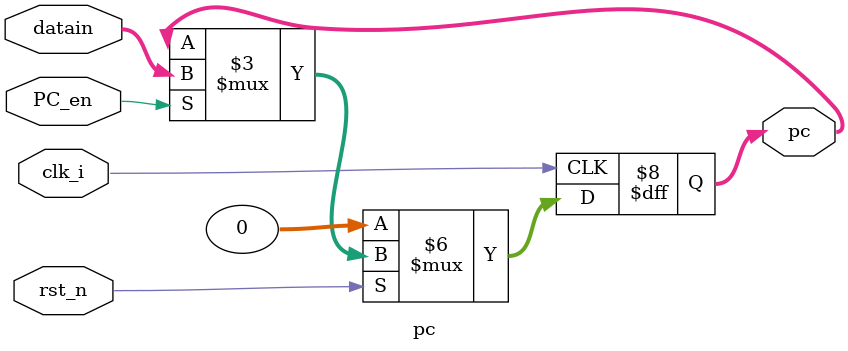
<source format=sv>
module pc (
 input               clk_i,
 input               rst_n,
 input               PC_en,
 input        [31:0] datain,
 output logic [31:0] pc
);



always_ff @(posedge clk_i) begin : proc_pc
 if (!rst_n) begin
  pc <= 32'b0 ;
 end else if (PC_en) begin
  pc <= datain ;
 end
end
 
endmodule : pc

</source>
